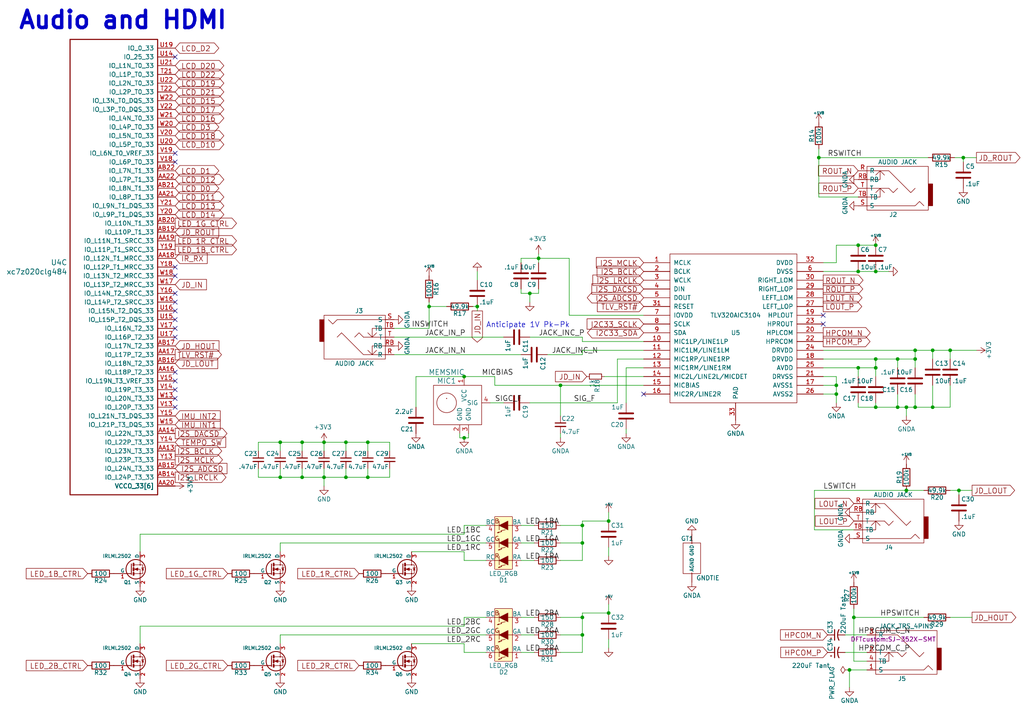
<source format=kicad_sch>
(kicad_sch (version 20231120) (generator "eeschema") (generator_version "8.0")
  (paper "A4")
  (junction (at 134.62 109.22))
  (junction (at 275.59 101.6))
  (junction (at 279.4 45.72))
  (junction (at 254 118.11))
  (junction (at 270.51 101.6))
  (junction (at 246.38 194.31))
  (junction (at 124.46 88.9))
  (junction (at 106.68 128.27))
  (junction (at 138.43 88.9))
  (junction (at 262.89 142.24))
  (junction (at 134.62 127))
  (junction (at 254 78.74))
  (junction (at 100.33 128.27))
  (junction (at 100.33 138.43))
  (junction (at 176.53 177.8))
  (junction (at 153.67 85.09))
  (junction (at 260.35 118.11))
  (junction (at 237.49 45.72))
  (junction (at 265.43 104.14))
  (junction (at 168.91 152.4))
  (junction (at 176.53 151.13))
  (junction (at 262.89 118.11))
  (junction (at 265.43 101.6))
  (junction (at 162.56 111.76))
  (junction (at 248.92 106.68))
  (junction (at 168.91 157.48))
  (junction (at 81.28 138.43))
  (junction (at 278.13 142.24))
  (junction (at 242.57 114.3))
  (junction (at 93.98 128.27))
  (junction (at 168.91 184.15))
  (junction (at 87.63 128.27))
  (junction (at 260.35 104.14))
  (junction (at 248.92 71.12))
  (junction (at 242.57 111.76))
  (junction (at 156.21 74.93))
  (junction (at 81.28 128.27))
  (junction (at 93.98 138.43))
  (junction (at 87.63 138.43))
  (junction (at 106.68 138.43))
  (junction (at 270.51 118.11))
  (junction (at 254 71.12))
  (junction (at 254 104.14))
  (junction (at 265.43 118.11))
  (junction (at 248.92 78.74))
  (junction (at 254 106.68))
  (junction (at 247.65 179.07))
  (junction (at 168.91 179.07))
  (no_connect (at 50.8 85.09))
  (no_connect (at 186.69 114.3))
  (no_connect (at 50.8 92.71))
  (no_connect (at 238.76 93.98))
  (no_connect (at 238.76 91.44))
  (no_connect (at 50.8 95.25))
  (no_connect (at 50.8 44.45))
  (no_connect (at 50.8 110.49))
  (no_connect (at 50.8 107.95))
  (no_connect (at 50.8 113.03))
  (no_connect (at 50.8 115.57))
  (no_connect (at 50.8 90.17))
  (no_connect (at 50.8 16.51))
  (no_connect (at 50.8 97.79))
  (no_connect (at 50.8 80.01))
  (no_connect (at 50.8 46.99))
  (no_connect (at 50.8 118.11))
  (no_connect (at 50.8 77.47))
  (no_connect (at 50.8 87.63))
  (wire (pts (xy 237.49 57.15) (xy 248.92 57.15)))
  (wire (pts (xy 168.91 152.4) (xy 168.91 157.48)))
  (wire (pts (xy 135.89 127) (xy 135.89 125.73)))
  (wire (pts (xy 254 104.14) (xy 260.35 104.14)))
  (wire (pts (xy 162.56 111.76) (xy 186.69 111.76)))
  (wire (pts (xy 40.64 181.61) (xy 134.62 181.61)))
  (wire (pts (xy 81.28 157.48) (xy 140.97 157.48)))
  (wire (pts (xy 242.57 114.3) (xy 242.57 116.84)))
  (wire (pts (xy 260.35 114.3) (xy 260.35 118.11)))
  (wire (pts (xy 113.03 130.81) (xy 113.03 128.27)))
  (wire (pts (xy 270.51 111.76) (xy 270.51 118.11)))
  (wire (pts (xy 168.91 99.06) (xy 186.69 99.06)))
  (wire (pts (xy 275.59 118.11) (xy 275.59 111.76)))
  (wire (pts (xy 262.89 118.11) (xy 265.43 118.11)))
  (wire (pts (xy 247.65 179.07) (xy 267.97 179.07)))
  (wire (pts (xy 248.92 106.68) (xy 248.92 109.22)))
  (wire (pts (xy 176.53 175.26) (xy 176.53 177.8)))
  (wire (pts (xy 242.57 109.22) (xy 242.57 111.76)))
  (wire (pts (xy 106.68 128.27) (xy 106.68 130.81)))
  (wire (pts (xy 93.98 138.43) (xy 93.98 140.97)))
  (wire (pts (xy 238.76 114.3) (xy 242.57 114.3)))
  (wire (pts (xy 114.3 97.79) (xy 146.05 97.79)))
  (wire (pts (xy 151.13 74.93) (xy 156.21 74.93)))
  (wire (pts (xy 151.13 179.07) (xy 154.94 179.07)))
  (wire (pts (xy 100.33 135.89) (xy 100.33 138.43)))
  (wire (pts (xy 238.76 104.14) (xy 254 104.14)))
  (wire (pts (xy 176.53 151.13) (xy 168.91 151.13)))
  (wire (pts (xy 151.13 184.15) (xy 154.94 184.15)))
  (wire (pts (xy 134.62 109.22) (xy 120.65 109.22)))
  (wire (pts (xy 165.1 91.44) (xy 165.1 74.93)))
  (wire (pts (xy 162.56 111.76) (xy 162.56 120.65)))
  (wire (pts (xy 134.62 162.56) (xy 140.97 162.56)))
  (wire (pts (xy 133.35 127) (xy 134.62 127)))
  (wire (pts (xy 168.91 102.87) (xy 168.91 101.6)))
  (wire (pts (xy 40.64 181.61) (xy 40.64 186.69)))
  (wire (pts (xy 106.68 135.89) (xy 106.68 138.43)))
  (wire (pts (xy 133.35 125.73) (xy 133.35 127)))
  (wire (pts (xy 179.07 104.14) (xy 179.07 116.84)))
  (wire (pts (xy 81.28 128.27) (xy 74.93 128.27)))
  (wire (pts (xy 265.43 104.14) (xy 265.43 106.68)))
  (wire (pts (xy 238.76 111.76) (xy 242.57 111.76)))
  (wire (pts (xy 87.63 128.27) (xy 81.28 128.27)))
  (wire (pts (xy 124.46 88.9) (xy 129.54 88.9)))
  (wire (pts (xy 93.98 135.89) (xy 93.98 138.43)))
  (wire (pts (xy 248.92 118.11) (xy 248.92 116.84)))
  (wire (pts (xy 151.13 189.23) (xy 154.94 189.23)))
  (wire (pts (xy 151.13 162.56) (xy 154.94 162.56)))
  (wire (pts (xy 260.35 104.14) (xy 260.35 106.68)))
  (wire (pts (xy 113.03 138.43) (xy 113.03 135.89)))
  (wire (pts (xy 260.35 118.11) (xy 262.89 118.11)))
  (wire (pts (xy 168.91 179.07) (xy 168.91 184.15)))
  (wire (pts (xy 279.4 46.99) (xy 279.4 45.72)))
  (wire (pts (xy 236.22 142.24) (xy 236.22 153.67)))
  (wire (pts (xy 275.59 179.07) (xy 281.94 179.07)))
  (wire (pts (xy 242.57 111.76) (xy 242.57 114.3)))
  (wire (pts (xy 265.43 118.11) (xy 270.51 118.11)))
  (wire (pts (xy 100.33 128.27) (xy 100.33 130.81)))
  (wire (pts (xy 113.03 128.27) (xy 106.68 128.27)))
  (wire (pts (xy 100.33 128.27) (xy 93.98 128.27)))
  (wire (pts (xy 238.76 109.22) (xy 242.57 109.22)))
  (wire (pts (xy 134.62 189.23) (xy 134.62 186.69)))
  (wire (pts (xy 254 78.74) (xy 257.81 78.74)))
  (wire (pts (xy 168.91 189.23) (xy 162.56 189.23)))
  (wire (pts (xy 254 106.68) (xy 254 109.22)))
  (wire (pts (xy 275.59 101.6) (xy 283.21 101.6)))
  (wire (pts (xy 134.62 186.69) (xy 119.38 186.69)))
  (wire (pts (xy 162.56 125.73) (xy 162.56 127)))
  (wire (pts (xy 156.21 74.93) (xy 156.21 76.2)))
  (wire (pts (xy 143.51 111.76) (xy 162.56 111.76)))
  (wire (pts (xy 238.76 101.6) (xy 265.43 101.6)))
  (wire (pts (xy 113.03 138.43) (xy 106.68 138.43)))
  (wire (pts (xy 143.51 111.76) (xy 143.51 109.22)))
  (wire (pts (xy 168.91 184.15) (xy 168.91 189.23)))
  (wire (pts (xy 236.22 153.67) (xy 247.65 153.67)))
  (wire (pts (xy 124.46 87.63) (xy 124.46 88.9)))
  (wire (pts (xy 181.61 106.68) (xy 181.61 116.84)))
  (wire (pts (xy 156.21 85.09) (xy 156.21 83.82)))
  (wire (pts (xy 134.62 189.23) (xy 140.97 189.23)))
  (wire (pts (xy 81.28 138.43) (xy 74.93 138.43)))
  (wire (pts (xy 238.76 106.68) (xy 248.92 106.68)))
  (wire (pts (xy 179.07 104.14) (xy 186.69 104.14)))
  (wire (pts (xy 93.98 128.27) (xy 87.63 128.27)))
  (wire (pts (xy 81.28 186.69) (xy 81.28 184.15)))
  (wire (pts (xy 176.53 158.75) (xy 176.53 161.29)))
  (wire (pts (xy 179.07 116.84) (xy 153.67 116.84)))
  (wire (pts (xy 262.89 142.24) (xy 267.97 142.24)))
  (wire (pts (xy 237.49 45.72) (xy 269.24 45.72)))
  (wire (pts (xy 248.92 78.74) (xy 254 78.74)))
  (wire (pts (xy 254 118.11) (xy 260.35 118.11)))
  (wire (pts (xy 251.46 189.23) (xy 245.11 189.23)))
  (wire (pts (xy 134.62 160.02) (xy 119.38 160.02)))
  (wire (pts (xy 248.92 71.12) (xy 254 71.12)))
  (wire (pts (xy 93.98 138.43) (xy 87.63 138.43)))
  (wire (pts (xy 87.63 128.27) (xy 87.63 130.81)))
  (wire (pts (xy 162.56 179.07) (xy 168.91 179.07)))
  (wire (pts (xy 237.49 45.72) (xy 237.49 57.15)))
  (wire (pts (xy 275.59 101.6) (xy 275.59 104.14)))
  (wire (pts (xy 168.91 151.13) (xy 168.91 152.4)))
  (wire (pts (xy 162.56 152.4) (xy 168.91 152.4)))
  (wire (pts (xy 278.13 143.51) (xy 278.13 142.24)))
  (wire (pts (xy 134.62 179.07) (xy 140.97 179.07)))
  (wire (pts (xy 248.92 118.11) (xy 254 118.11)))
  (wire (pts (xy 100.33 138.43) (xy 93.98 138.43)))
  (wire (pts (xy 134.62 162.56) (xy 134.62 160.02)))
  (wire (pts (xy 265.43 114.3) (xy 265.43 118.11)))
  (wire (pts (xy 181.61 124.46) (xy 181.61 125.73)))
  (wire (pts (xy 151.13 157.48) (xy 154.94 157.48)))
  (wire (pts (xy 158.75 102.87) (xy 168.91 102.87)))
  (wire (pts (xy 168.91 157.48) (xy 168.91 162.56)))
  (wire (pts (xy 138.43 81.28) (xy 138.43 78.74)))
  (wire (pts (xy 236.22 142.24) (xy 262.89 142.24)))
  (wire (pts (xy 270.51 118.11) (xy 275.59 118.11)))
  (wire (pts (xy 262.89 118.11) (xy 262.89 120.65)))
  (wire (pts (xy 106.68 128.27) (xy 100.33 128.27)))
  (wire (pts (xy 134.62 127) (xy 135.89 127)))
  (wire (pts (xy 168.91 162.56) (xy 162.56 162.56)))
  (wire (pts (xy 247.65 179.07) (xy 247.65 191.77)))
  (wire (pts (xy 156.21 74.93) (xy 165.1 74.93)))
  (wire (pts (xy 265.43 101.6) (xy 265.43 104.14)))
  (wire (pts (xy 134.62 154.94) (xy 134.62 152.4)))
  (wire (pts (xy 247.65 191.77) (xy 251.46 191.77)))
  (wire (pts (xy 151.13 83.82) (xy 151.13 85.09)))
  (wire (pts (xy 246.38 194.31) (xy 246.38 199.39)))
  (wire (pts (xy 242.57 71.12) (xy 248.92 71.12)))
  (wire (pts (xy 176.53 185.42) (xy 176.53 187.96)))
  (wire (pts (xy 248.92 106.68) (xy 254 106.68)))
  (wire (pts (xy 237.49 43.18) (xy 237.49 45.72)))
  (wire (pts (xy 87.63 138.43) (xy 81.28 138.43)))
  (wire (pts (xy 93.98 128.27) (xy 93.98 130.81)))
  (wire (pts (xy 81.28 184.15) (xy 140.97 184.15)))
  (wire (pts (xy 81.28 135.89) (xy 81.28 138.43)))
  (wire (pts (xy 245.11 184.15) (xy 251.46 184.15)))
  (wire (pts (xy 278.13 142.24) (xy 281.94 142.24)))
  (wire (pts (xy 153.67 97.79) (xy 168.91 97.79)))
  (wire (pts (xy 81.28 160.02) (xy 81.28 157.48)))
  (wire (pts (xy 87.63 135.89) (xy 87.63 138.43)))
  (wire (pts (xy 162.56 184.15) (xy 168.91 184.15)))
  (wire (pts (xy 270.51 101.6) (xy 270.51 104.14)))
  (wire (pts (xy 74.93 128.27) (xy 74.93 130.81)))
  (wire (pts (xy 176.53 177.8) (xy 168.91 177.8)))
  (wire (pts (xy 151.13 85.09) (xy 153.67 85.09)))
  (wire (pts (xy 260.35 104.14) (xy 265.43 104.14)))
  (wire (pts (xy 134.62 181.61) (xy 134.62 179.07)))
  (wire (pts (xy 40.64 154.94) (xy 40.64 160.02)))
  (wire (pts (xy 120.65 109.22) (xy 120.65 118.11)))
  (wire (pts (xy 153.67 87.63) (xy 153.67 85.09)))
  (wire (pts (xy 162.56 157.48) (xy 168.91 157.48)))
  (wire (pts (xy 238.76 76.2) (xy 242.57 76.2)))
  (wire (pts (xy 176.53 148.59) (xy 176.53 151.13)))
  (wire (pts (xy 246.38 194.31) (xy 251.46 194.31)))
  (wire (pts (xy 151.13 76.2) (xy 151.13 74.93)))
  (wire (pts (xy 270.51 101.6) (xy 275.59 101.6)))
  (wire (pts (xy 265.43 101.6) (xy 270.51 101.6)))
  (wire (pts (xy 254 118.11) (xy 254 116.84)))
  (wire (pts (xy 134.62 152.4) (xy 140.97 152.4)))
  (wire (pts (xy 151.13 152.4) (xy 154.94 152.4)))
  (wire (pts (xy 168.91 97.79) (xy 168.91 99.06)))
  (wire (pts (xy 156.21 73.66) (xy 156.21 74.93)))
  (wire (pts (xy 186.69 106.68) (xy 181.61 106.68)))
  (wire (pts (xy 186.69 91.44) (xy 165.1 91.44)))
  (wire (pts (xy 106.68 138.43) (xy 100.33 138.43)))
  (wire (pts (xy 168.91 177.8) (xy 168.91 179.07)))
  (wire (pts (xy 138.43 88.9) (xy 138.43 90.17)))
  (wire (pts (xy 238.76 78.74) (xy 248.92 78.74)))
  (wire (pts (xy 74.93 138.43) (xy 74.93 135.89)))
  (wire (pts (xy 40.64 154.94) (xy 134.62 154.94)))
  (wire (pts (xy 143.51 109.22) (xy 134.62 109.22)))
  (wire (pts (xy 242.57 76.2) (xy 242.57 71.12)))
  (wire (pts (xy 151.13 102.87) (xy 114.3 102.87)))
  (wire (pts (xy 254 104.14) (xy 254 106.68)))
  (wire (pts (xy 186.69 109.22) (xy 175.26 109.22)))
  (wire (pts (xy 137.16 88.9) (xy 138.43 88.9)))
  (wire (pts (xy 168.91 101.6) (xy 186.69 101.6)))
  (wire (pts (xy 275.59 142.24) (xy 278.13 142.24)))
  (wire (pts (xy 279.4 45.72) (xy 283.21 45.72)))
  (wire (pts (xy 276.86 45.72) (xy 279.4 45.72)))
  (wire (pts (xy 153.67 85.09) (xy 156.21 85.09)))
  (wire (pts (xy 142.24 116.84) (xy 146.05 116.84)))
  (wire (pts (xy 124.46 95.25) (xy 114.3 95.25)))
  (wire (pts (xy 81.28 130.81) (xy 81.28 128.27)))
  (wire (pts (xy 247.65 176.53) (xy 247.65 179.07)))
  (wire (pts (xy 124.46 88.9) (xy 124.46 95.25)))
  (text "Anticipate 1V Pk-Pk" (at 140.97 95.25 0) (effects (font (size 1.5494 1.5494)) (justify left bottom)))
  (text "Audio and HDMI" (at 5.08 8.89 0) (effects (font (size 5.0038 5.0038) (thickness 1.0008) (bold yes)) (justify left bottom)))
  (label "LED_2GC" (at 129.54 184.15 0) (effects (font (size 1.524 1.524))))
  (label "HPSWITCH" (at 255.27 179.07 0) (effects (font (size 1.524 1.524))))
  (label "HPRCOM_C_P" (at 248.92 189.23 0) (effects (font (size 1.524 1.524))))
  (label "LED_2BA" (at 152.4 179.07 0) (effects (font (size 1.524 1.524))))
  (label "JACK_INC_P" (at 156.21 97.79 0) (effects (font (size 1.524 1.524))))
  (label "LED_2BC" (at 129.54 181.61 0) (effects (font (size 1.524 1.524))))
  (label "LED_2RA" (at 152.4 189.23 0) (effects (font (size 1.524 1.524))))
  (label "JACK_IN_P" (at 123.19 97.79 0) (effects (font (size 1.524 1.524))))
  (label "LSWITCH" (at 238.76 142.24 0) (effects (font (size 1.524 1.524))))
  (label "LED_1BA" (at 152.4 152.4 0) (effects (font (size 1.524 1.524))))
  (label "JACK_INC_N" (at 160.02 102.87 0) (effects (font (size 1.524 1.524))))
  (label "LED_2RC" (at 129.54 186.69 0) (effects (font (size 1.524 1.524))))
  (label "LED_1GC" (at 129.54 157.48 0) (effects (font (size 1.524 1.524))))
  (label "RSWITCH" (at 240.03 45.72 0) (effects (font (size 1.524 1.524))))
  (label "LED_1GA" (at 152.4 157.48 0) (effects (font (size 1.524 1.524))))
  (label "LED_2GA" (at 152.4 184.15 0) (effects (font (size 1.524 1.524))))
  (label "LED_1RC" (at 129.54 160.02 0) (effects (font (size 1.524 1.524))))
  (label "LED_1BC" (at 129.54 154.94 0) (effects (font (size 1.524 1.524))))
  (label "SIG_F" (at 166.37 116.84 0) (effects (font (size 1.524 1.524))))
  (label "MICBIAS" (at 139.7 109.22 0) (effects (font (size 1.524 1.524))))
  (label "SIGC_F" (at 143.51 116.84 0) (effects (font (size 1.524 1.524))))
  (label "LED_1RA" (at 152.4 162.56 0) (effects (font (size 1.524 1.524))))
  (label "INSWITCH" (at 119.38 95.25 0) (effects (font (size 1.524 1.524))))
  (label "JACK_IN_N" (at 123.19 102.87 0) (effects (font (size 1.524 1.524))))
  (label "HPRCOM_C_N" (at 248.92 184.15 0) (effects (font (size 1.524 1.524))))
  (global_label "I2C33_SCLK" (shape input) (at 186.69 93.98 180) (effects (font (size 1.524 1.524))) (property "Intersheetrefs" "${INTERSHEET_REFS}" (effects (hide yes))))
  (global_label "LCD_D0" (shape bidirectional) (at 50.8 54.61 0) (effects (font (size 1.524 1.524))) (property "Intersheetrefs" "${INTERSHEET_REFS}" (effects (hide yes))))
  (global_label "LCD_D21" (shape bidirectional) (at 50.8 26.67 0) (effects (font (size 1.524 1.524))) (property "Intersheetrefs" "${INTERSHEET_REFS}" (effects (hide yes))))
  (global_label "ROUT_P" (shape input) (at 248.92 54.61 180) (effects (font (size 1.524 1.524))) (property "Intersheetrefs" "${INTERSHEET_REFS}" (effects (hide yes))))
  (global_label "ROUT_P" (shape output) (at 238.76 83.82 0) (effects (font (size 1.524 1.524))) (property "Intersheetrefs" "${INTERSHEET_REFS}" (effects (hide yes))))
  (global_label "I2S_BCLK" (shape input) (at 186.69 78.74 180) (effects (font (size 1.524 1.524))) (property "Intersheetrefs" "${INTERSHEET_REFS}" (effects (hide yes))))
  (global_label "I2S_LRCLK" (shape input) (at 186.69 81.28 180) (effects (font (size 1.524 1.524))) (property "Intersheetrefs" "${INTERSHEET_REFS}" (effects (hide yes))))
  (global_label "LCD_D13" (shape bidirectional) (at 50.8 59.69 0) (effects (font (size 1.524 1.524))) (property "Intersheetrefs" "${INTERSHEET_REFS}" (effects (hide yes))))
  (global_label "JD_IN" (shape output) (at 138.43 90.17 270) (effects (font (size 1.524 1.524))) (property "Intersheetrefs" "${INTERSHEET_REFS}" (effects (hide yes))))
  (global_label "LED_2G_CTRL" (shape input) (at 66.04 193.04 180) (effects (font (size 1.524 1.524))) (property "Intersheetrefs" "${INTERSHEET_REFS}" (effects (hide yes))))
  (global_label "LCD_D22" (shape bidirectional) (at 50.8 21.59 0) (effects (font (size 1.524 1.524))) (property "Intersheetrefs" "${INTERSHEET_REFS}" (effects (hide yes))))
  (global_label "LED_1R_CTRL" (shape input) (at 104.14 166.37 180) (effects (font (size 1.524 1.524))) (property "Intersheetrefs" "${INTERSHEET_REFS}" (effects (hide yes))))
  (global_label "LED_1G_CTRL" (shape input) (at 66.04 166.37 180) (effects (font (size 1.524 1.524))) (property "Intersheetrefs" "${INTERSHEET_REFS}" (effects (hide yes))))
  (global_label "LED_1B_CTRL" (shape output) (at 50.8 72.39 0) (effects (font (size 1.524 1.524))) (property "Intersheetrefs" "${INTERSHEET_REFS}" (effects (hide yes))))
  (global_label "LCD_D14" (shape bidirectional) (at 50.8 62.23 0) (effects (font (size 1.524 1.524))) (property "Intersheetrefs" "${INTERSHEET_REFS}" (effects (hide yes))))
  (global_label "I2S_ADCSD" (shape input) (at 50.8 135.89 0) (effects (font (size 1.524 1.524))) (property "Intersheetrefs" "${INTERSHEET_REFS}" (effects (hide yes))))
  (global_label "LCD_D20" (shape bidirectional) (at 50.8 19.05 0) (effects (font (size 1.524 1.524))) (property "Intersheetrefs" "${INTERSHEET_REFS}" (effects (hide yes))))
  (global_label "IR_RX" (shape input) (at 50.8 74.93 0) (effects (font (size 1.524 1.524))) (property "Intersheetrefs" "${INTERSHEET_REFS}" (effects (hide yes))))
  (global_label "LCD_D11" (shape bidirectional) (at 50.8 57.15 0) (effects (font (size 1.524 1.524))) (property "Intersheetrefs" "${INTERSHEET_REFS}" (effects (hide yes))))
  (global_label "I2S_DACSD" (shape input) (at 186.69 83.82 180) (effects (font (size 1.524 1.524))) (property "Intersheetrefs" "${INTERSHEET_REFS}" (effects (hide yes))))
  (global_label "ROUT_N" (shape output) (at 238.76 81.28 0) (effects (font (size 1.524 1.524))) (property "Intersheetrefs" "${INTERSHEET_REFS}" (effects (hide yes))))
  (global_label "LED_1B_CTRL" (shape input) (at 25.4 166.37 180) (effects (font (size 1.524 1.524))) (property "Intersheetrefs" "${INTERSHEET_REFS}" (effects (hide yes))))
  (global_label "TEMPO_SW" (shape input) (at 50.8 128.27 0) (effects (font (size 1.524 1.524))) (property "Intersheetrefs" "${INTERSHEET_REFS}" (effects (hide yes))))
  (global_label "I2S_LRCLK" (shape output) (at 50.8 138.43 0) (effects (font (size 1.524 1.524))) (property "Intersheetrefs" "${INTERSHEET_REFS}" (effects (hide yes))))
  (global_label "LCD_D1" (shape bidirectional) (at 50.8 49.53 0) (effects (font (size 1.524 1.524))) (property "Intersheetrefs" "${INTERSHEET_REFS}" (effects (hide yes))))
  (global_label "JD_LOUT" (shape input) (at 50.8 105.41 0) (effects (font (size 1.524 1.524))) (property "Intersheetrefs" "${INTERSHEET_REFS}" (effects (hide yes))))
  (global_label "I2S_MCLK" (shape output) (at 50.8 133.35 0) (effects (font (size 1.524 1.524))) (property "Intersheetrefs" "${INTERSHEET_REFS}" (effects (hide yes))))
  (global_label "LCD_D16" (shape bidirectional) (at 50.8 34.29 0) (effects (font (size 1.524 1.524))) (property "Intersheetrefs" "${INTERSHEET_REFS}" (effects (hide yes))))
  (global_label "LED_1R_CTRL" (shape output) (at 50.8 69.85 0) (effects (font (size 1.524 1.524))) (property "Intersheetrefs" "${INTERSHEET_REFS}" (effects (hide yes))))
  (global_label "I2S_BCLK" (shape output) (at 50.8 130.81 0) (effects (font (size 1.524 1.524))) (property "Intersheetrefs" "${INTERSHEET_REFS}" (effects (hide yes))))
  (global_label "LCD_D3" (shape bidirectional) (at 50.8 36.83 0) (effects (font (size 1.524 1.524))) (property "Intersheetrefs" "${INTERSHEET_REFS}" (effects (hide yes))))
  (global_label "LED_1G_CTRL" (shape output) (at 50.8 64.77 0) (effects (font (size 1.524 1.524))) (property "Intersheetrefs" "${INTERSHEET_REFS}" (effects (hide yes))))
  (global_label "JD_ROUT" (shape input) (at 50.8 67.31 0) (effects (font (size 1.524 1.524))) (property "Intersheetrefs" "${INTERSHEET_REFS}" (effects (hide yes))))
  (global_label "LOUT_N" (shape output) (at 238.76 86.36 0) (effects (font (size 1.524 1.524))) (property "Intersheetrefs" "${INTERSHEET_REFS}" (effects (hide yes))))
  (global_label "LCD_D18" (shape bidirectional) (at 50.8 39.37 0) (effects (font (size 1.524 1.524))) (property "Intersheetrefs" "${INTERSHEET_REFS}" (effects (hide yes))))
  (global_label "ROUT_N" (shape input) (at 248.92 49.53 180) (effects (font (size 1.524 1.524))) (property "Intersheetrefs" "${INTERSHEET_REFS}" (effects (hide yes))))
  (global_label "HPCOM_P" (shape output) (at 238.76 99.06 0) (effects (font (size 1.524 1.524))) (property "Intersheetrefs" "${INTERSHEET_REFS}" (effects (hide yes))))
  (global_label "LCD_D10" (shape bidirectional) (at 50.8 41.91 0) (effects (font (size 1.524 1.524))) (property "Intersheetrefs" "${INTERSHEET_REFS}" (effects (hide yes))))
  (global_label "LCD_D17" (shape bidirectional) (at 50.8 31.75 0) (effects (font (size 1.524 1.524))) (property "Intersheetrefs" "${INTERSHEET_REFS}" (effects (hide yes))))
  (global_label "LCD_D2" (shape bidirectional) (at 50.8 13.97 0) (effects (font (size 1.524 1.524))) (property "Intersheetrefs" "${INTERSHEET_REFS}" (effects (hide yes))))
  (global_label "JD_LOUT" (shape output) (at 281.94 142.24 0) (effects (font (size 1.524 1.524))) (property "Intersheetrefs" "${INTERSHEET_REFS}" (effects (hide yes))))
  (global_label "LCD_D19" (shape bidirectional) (at 50.8 24.13 0) (effects (font (size 1.524 1.524))) (property "Intersheetrefs" "${INTERSHEET_REFS}" (effects (hide yes))))
  (global_label "I2S_ADCSD" (shape bidirectional) (at 186.69 86.36 180) (effects (font (size 1.524 1.524))) (property "Intersheetrefs" "${INTERSHEET_REFS}" (effects (hide yes))))
  (global_label "TLV_RST#" (shape input) (at 186.69 88.9 180) (effects (font (size 1.524 1.524))) (property "Intersheetrefs" "${INTERSHEET_REFS}" (effects (hide yes))))
  (global_label "I2S_MCLK" (shape input) (at 186.69 76.2 180) (effects (font (size 1.524 1.524))) (property "Intersheetrefs" "${INTERSHEET_REFS}" (effects (hide yes))))
  (global_label "I2S_DACSD" (shape output) (at 50.8 125.73 0) (effects (font (size 1.524 1.524))) (property "Intersheetrefs" "${INTERSHEET_REFS}" (effects (hide yes))))
  (global_label "LCD_D15" (shape bidirectional) (at 50.8 29.21 0) (effects (font (size 1.524 1.524))) (property "Intersheetrefs" "${INTERSHEET_REFS}" (effects (hide yes))))
  (global_label "LOUT_P" (shape input) (at 247.65 151.13 180) (effects (font (size 1.524 1.524))) (property "Intersheetrefs" "${INTERSHEET_REFS}" (effects (hide yes))))
  (global_label "LED_2R_CTRL" (shape input) (at 104.14 193.04 180) (effects (font (size 1.524 1.524))) (property "Intersheetrefs" "${INTERSHEET_REFS}" (effects (hide yes))))
  (global_label "JD_IN" (shape input) (at 50.8 82.55 0) (effects (font (size 1.524 1.524))) (property "Intersheetrefs" "${INTERSHEET_REFS}" (effects (hide yes))))
  (global_label "JD_HOUT" (shape input) (at 50.8 100.33 0) (effects (font (size 1.524 1.524))) (property "Intersheetrefs" "${INTERSHEET_REFS}" (effects (hide yes))))
  (global_label "JD_ROUT" (shape output) (at 283.21 45.72 0) (effects (font (size 1.524 1.524))) (property "Intersheetrefs" "${INTERSHEET_REFS}" (effects (hide yes))))
  (global_label "LCD_D12" (shape bidirectional) (at 50.8 52.07 0) (effects (font (size 1.524 1.524))) (property "Intersheetrefs" "${INTERSHEET_REFS}" (effects (hide yes))))
  (global_label "JD_HOUT" (shape output) (at 281.94 179.07 0) (effects (font (size 1.524 1.524))) (property "Intersheetrefs" "${INTERSHEET_REFS}" (effects (hide yes))))
  (global_label "I2C33_SDA" (shape bidirectional) (at 186.69 96.52 180) (effects (font (size 1.524 1.524))) (property "Intersheetrefs" "${INTERSHEET_REFS}" (effects (hide yes))))
  (global_label "JD_IN" (shape input) (at 170.18 109.22 180) (effects (font (size 1.524 1.524))) (property "Intersheetrefs" "${INTERSHEET_REFS}" (effects (hide yes))))
  (global_label "HPCOM_N" (shape output) (at 238.76 96.52 0) (effects (font (size 1.524 1.524))) (property "Intersheetrefs" "${INTERSHEET_REFS}" (effects (hide yes))))
  (global_label "TLV_RST#" (shape output) (at 50.8 102.87 0) (effects (font (size 1.524 1.524))) (property "Intersheetrefs" "${INTERSHEET_REFS}" (effects (hide yes))))
  (global_label "LOUT_N" (shape input) (at 247.65 146.05 180) (effects (font (size 1.524 1.524))) (property "Intersheetrefs" "${INTERSHEET_REFS}" (effects (hide yes))))
  (global_label "HPCOM_P" (shape input) (at 240.03 189.23 180) (effects (font (size 1.524 1.524))) (property "Intersheetrefs" "${INTERSHEET_REFS}" (effects (hide yes))))
  (global_label "LOUT_P" (shape output) (at 238.76 88.9 0) (effects (font (size 1.524 1.524))) (property "Intersheetrefs" "${INTERSHEET_REFS}" (effects (hide yes))))
  (global_label "HPCOM_N" (shape input) (at 240.03 184.15 180) (effects (font (size 1.524 1.524))) (property "Intersheetrefs" "${INTERSHEET_REFS}" (effects (hide yes))))
  (global_label "LED_2B_CTRL" (shape input) (at 25.4 193.04 180) (effects (font (size 1.524 1.524))) (property "Intersheetrefs" "${INTERSHEET_REFS}" (effects (hide yes))))
  (global_label "IMU_INT2" (shape input) (at 50.8 120.65 0) (effects (font (size 1.524 1.524))) (property "Intersheetrefs" "${INTERSHEET_REFS}" (effects (hide yes))))
  (global_label "IMU_INT1" (shape input) (at 50.8 123.19 0) (effects (font (size 1.524 1.524))) (property "Intersheetrefs" "${INTERSHEET_REFS}" (effects (hide yes))))
  (symbol (lib_id "Device:R") (at 237.49 39.37 180) (unit 1)
    (property "Reference" "R14" (at 235.458 39.37 90))
    (property "Value" "100k" (at 237.49 39.37 90))
    (property "Footprint" "Resistor_SMD:R_0402_1005Metric" (effects (hide yes)))
    (property "MFR" "Yageo" (effects (hide yes)))
    (property "MPN" "RC0402FR-07100KL" (effects (hide yes)))
    (property "SPR" "Digikey" (effects (hide yes)))
    (property "SPN" "311-100KLRTR-ND" (effects (hide yes)))
  )
  (symbol (lib_id "Device:R") (at 262.89 138.43 180) (unit 1)
    (property "Reference" "R19" (at 260.858 138.43 90))
    (property "Value" "100k" (at 262.89 138.43 90))
    (property "Footprint" "Resistor_SMD:R_0402_1005Metric" (effects (hide yes)))
    (property "MFR" "Yageo" (effects (hide yes)))
    (property "MPN" "RC0402FR-07100KL" (effects (hide yes)))
    (property "SPR" "Digikey" (effects (hide yes)))
    (property "SPN" "311-100KLRTR-ND" (effects (hide yes)))
  )
  (symbol (lib_id "Device:R") (at 247.65 172.72 180) (unit 1)
    (property "Reference" "R27" (at 245.618 172.72 90))
    (property "Value" "100k" (at 247.65 172.72 90))
    (property "Footprint" "Resistor_SMD:R_0402_1005Metric" (effects (hide yes)))
    (property "MFR" "Yageo" (effects (hide yes)))
    (property "MPN" "RC0402FR-07100KL" (effects (hide yes)))
    (property "SPR" "Digikey" (effects (hide yes)))
    (property "SPN" "311-100KLRTR-ND" (effects (hide yes)))
  )
  (symbol (lib_id "Device:R") (at 273.05 45.72 270) (unit 1)
    (property "Reference" "R15" (at 273.05 47.752 90))
    (property "Value" "49.9k" (at 273.05 45.72 90))
    (property "Footprint" "Resistor_SMD:R_0402_1005Metric" (effects (hide yes)))
    (property "MFR" "Yageo" (effects (hide yes)))
    (property "MPN" "RC0402FR-0749K9L" (effects (hide yes)))
    (property "SPR" "Digikey" (effects (hide yes)))
    (property "SPN" "311-49.9KLRCT-ND" (effects (hide yes)))
  )
  (symbol (lib_id "Device:R") (at 271.78 142.24 270) (unit 1)
    (property "Reference" "R20" (at 271.78 144.272 90))
    (property "Value" "49.9k" (at 271.78 142.24 90))
    (property "Footprint" "Resistor_SMD:R_0402_1005Metric" (effects (hide yes)))
    (property "MFR" "Yageo" (effects (hide yes)))
    (property "MPN" "RC0402FR-0749K9L" (effects (hide yes)))
    (property "SPR" "Digikey" (effects (hide yes)))
    (property "SPN" "311-49.9KLRCT-ND" (effects (hide yes)))
  )
  (symbol (lib_id "Device:R") (at 271.78 179.07 270) (unit 1)
    (property "Reference" "R29" (at 271.78 181.102 90))
    (property "Value" "49.9k" (at 271.78 179.07 90))
    (property "Footprint" "Resistor_SMD:R_0402_1005Metric" (effects (hide yes)))
    (property "MFR" "Yageo" (effects (hide yes)))
    (property "MPN" "RC0402FR-0749K9L" (effects (hide yes)))
    (property "SPR" "Digikey" (effects (hide yes)))
    (property "SPN" "311-49.9KLRCT-ND" (effects (hide yes)))
  )
  (symbol (lib_id "DFTBoard-rescue:GND-power") (at 279.4 54.61 0) (unit 1)
    (property "Reference" "#PWR026" (effects (hide yes)))
    (property "Value" "GND" (at 279.4 58.42 0))
  )
  (symbol (lib_id "DFTBoard-rescue:GND-power") (at 278.13 151.13 0) (unit 1)
    (property "Reference" "#PWR050" (effects (hide yes)))
    (property "Value" "GND" (at 278.13 154.94 0))
  )
  (symbol (lib_id "Device:R") (at 124.46 83.82 0) (unit 1)
    (property "Reference" "R16" (at 126.492 83.82 90))
    (property "Value" "100k" (at 124.46 83.82 90))
    (property "Footprint" "Resistor_SMD:R_0402_1005Metric" (effects (hide yes)))
    (property "MFR" "Yageo" (effects (hide yes)))
    (property "MPN" "RC0402FR-07100KL" (effects (hide yes)))
    (property "SPR" "Digikey" (effects (hide yes)))
    (property "SPN" "311-100KLRTR-ND" (effects (hide yes)))
  )
  (symbol (lib_id "Device:R") (at 133.35 88.9 270) (unit 1)
    (property "Reference" "R17" (at 133.35 90.932 90))
    (property "Value" "49.9k" (at 133.35 88.9 90))
    (property "Footprint" "Resistor_SMD:R_0402_1005Metric" (effects (hide yes)))
    (property "MFR" "Yageo" (effects (hide yes)))
    (property "MPN" "RC0402FR-0749K9L" (effects (hide yes)))
    (property "SPR" "Digikey" (effects (hide yes)))
    (property "SPN" "311-49.9KLRCT-ND" (effects (hide yes)))
  )
  (symbol (lib_id "Device:C") (at 138.43 85.09 0) (unit 1)
    (property "Reference" "C10" (at 139.065 82.55 0) (effects (justify left)))
    (property "Value" ".1uF" (at 139.065 87.63 0) (effects (justify left)))
    (property "Footprint" "Capacitor_SMD:C_0402_1005Metric" (effects (hide yes)))
    (property "MFR" "Yageo" (effects (hide yes)))
    (property "MPN" "CC0402KRX7R6BB104" (effects (hide yes)))
    (property "SPR" "Digikey" (effects (hide yes)))
    (property "SPN" "311-1345-1-ND" (effects (hide yes)))
  )
  (symbol (lib_id "Device:C") (at 279.4 50.8 0) (unit 1)
    (property "Reference" "C5" (at 280.035 48.26 0) (effects (justify left)))
    (property "Value" ".1uF" (at 280.035 53.34 0) (effects (justify left)))
    (property "Footprint" "Capacitor_SMD:C_0402_1005Metric" (effects (hide yes)))
    (property "MFR" "Yageo" (effects (hide yes)))
    (property "MPN" "CC0402KRX7R6BB104" (effects (hide yes)))
    (property "SPR" "Digikey" (effects (hide yes)))
    (property "SPN" "311-1345-1-ND" (effects (hide yes)))
  )
  (symbol (lib_id "Device:C") (at 278.13 147.32 0) (unit 1)
    (property "Reference" "C30" (at 278.765 144.78 0) (effects (justify left)))
    (property "Value" ".1uF" (at 278.765 149.86 0) (effects (justify left)))
    (property "Footprint" "Capacitor_SMD:C_0402_1005Metric" (effects (hide yes)))
    (property "MFR" "Yageo" (effects (hide yes)))
    (property "MPN" "CC0402KRX7R6BB104" (effects (hide yes)))
    (property "SPR" "Digikey" (effects (hide yes)))
    (property "SPN" "311-1345-1-ND" (effects (hide yes)))
  )
  (symbol (lib_id "DFTBoard-rescue:JACK_TRS_5PINS") (at 259.08 54.61 180) (unit 1)
    (property "Reference" "J2" (at 259.08 62.23 0))
    (property "Value" "AUDIO JACK" (at 260.35 46.99 0))
    (property "Footprint" "DFTcustom:RA49C14B" (effects (hide yes)))
    (property "MFR" "Switchcraft Conxall" (effects (hide yes)))
    (property "MPN" "RA49C12B" (effects (hide yes)))
    (property "SPR" "Digikey" (effects (hide yes)))
    (property "SPN" "SC2083-ND" (effects (hide yes)))
  )
  (symbol (lib_id "DFTBoard-rescue:JACK_TRS_5PINS") (at 257.81 151.13 180) (unit 1)
    (property "Reference" "J4" (at 257.81 158.75 0))
    (property "Value" "AUDIO JACK" (at 259.08 143.51 0))
    (property "Footprint" "DFTcustom:RA49C14B" (effects (hide yes)))
    (property "MFR" "Switchcraft Conxall" (effects (hide yes)))
    (property "MPN" "RA49C12B" (effects (hide yes)))
    (property "SPR" "Digikey" (effects (hide yes)))
    (property "SPN" "SC2083-ND" (effects (hide yes)))
  )
  (symbol (lib_id "DFTBoard-rescue:JACK_TRS_5PINS") (at 104.14 97.79 0) (unit 1)
    (property "Reference" "J3" (at 104.14 90.17 0))
    (property "Value" "AUDIO JACK" (at 102.87 105.41 0))
    (property "Footprint" "DFTcustom:RA49C14B" (effects (hide yes)))
    (property "MFR" "Switchcraft Conxall" (effects (hide yes)))
    (property "MPN" "RA49C12B" (effects (hide yes)))
    (property "SPR" "Digikey" (effects (hide yes)))
    (property "SPN" "SC2083-ND" (effects (hide yes)))
  )
  (symbol (lib_id "DFTBoard-rescue:GNDA-power") (at 114.3 100.33 90) (unit 1)
    (property "Reference" "#PWR035" (effects (hide yes)))
    (property "Value" "GNDA" (at 118.11 100.33 0))
  )
  (symbol (lib_id "DFTBoard-rescue:MEMSMIC") (at 129.54 115.57 0) (unit 1)
    (property "Reference" "MIC1" (at 129.54 110.49 0) (effects (font (size 1.524 1.524))))
    (property "Value" "MEMSMIC" (at 129.54 107.95 0) (effects (font (size 1.524 1.524))))
    (property "Footprint" "SPW2430HR5H-B:MIC_SPW2430HR5H-B" (effects (hide yes)))
    (property "MFR" "Knowles" (effects (hide yes)))
    (property "MPN" "SPW2430HR5H-B" (effects (hide yes)))
    (property "SPR" "Digikey" (effects (hide yes)))
    (property "SPN" "423-1394-1-ND" (effects (hide yes)))
  )
  (symbol (lib_id "DFTBoard-rescue:GNDA-power") (at 246.38 199.39 0) (unit 1)
    (property "Reference" "#PWR064" (effects (hide yes)))
    (property "Value" "GNDA" (at 246.38 203.2 0))
  )
  (symbol (lib_id "Device:C") (at 151.13 80.01 180) (unit 1)
    (property "Reference" "C8" (at 150.495 82.55 0) (effects (justify left)))
    (property "Value" ".1uF" (at 150.495 77.47 0) (effects (justify left)))
    (property "Footprint" "Capacitor_SMD:C_0402_1005Metric" (effects (hide yes)))
    (property "MFR" "Yageo" (effects (hide yes)))
    (property "MPN" "CC0402KRX7R6BB104" (effects (hide yes)))
    (property "SPR" "Digikey" (effects (hide yes)))
    (property "SPN" "311-1345-1-ND" (effects (hide yes)))
  )
  (symbol (lib_id "Device:C") (at 156.21 80.01 180) (unit 1)
    (property "Reference" "C9" (at 155.575 82.55 0) (effects (justify left)))
    (property "Value" "10uF" (at 155.575 77.47 0) (effects (justify left)))
    (property "Footprint" "Capacitor_SMD:C_0603_1608Metric" (effects (hide yes)))
    (property "MFR" "Murata" (effects (hide yes)))
    (property "MPN" "GRM188R61A106KE69J" (effects (hide yes)))
    (property "SPR" "Digikey" (effects (hide yes)))
    (property "SPN" "490-14372-1-ND" (effects (hide yes)))
  )
  (symbol (lib_id "DFTBoard-rescue:GND-power") (at 153.67 87.63 0) (unit 1)
    (property "Reference" "#PWR033" (effects (hide yes)))
    (property "Value" "GND" (effects (hide yes)))
  )
  (symbol (lib_id "DFTBoard-rescue:GNDA-power") (at 248.92 59.69 270) (unit 1)
    (property "Reference" "#PWR027" (effects (hide yes)))
    (property "Value" "GNDA" (at 245.11 59.69 0))
  )
  (symbol (lib_id "DFTBoard-rescue:GNDA-power") (at 247.65 156.21 270) (unit 1)
    (property "Reference" "#PWR052" (effects (hide yes)))
    (property "Value" "GNDA" (at 243.84 156.21 0))
  )
  (symbol (lib_id "Device:C") (at 248.92 113.03 180) (unit 1)
    (property "Reference" "C17" (at 248.285 115.57 0) (effects (justify left)))
    (property "Value" ".1uF" (at 248.285 110.49 0) (effects (justify left)))
    (property "Footprint" "Capacitor_SMD:C_0402_1005Metric" (effects (hide yes)))
    (property "MFR" "Yageo" (effects (hide yes)))
    (property "MPN" "CC0402KRX7R6BB104" (effects (hide yes)))
    (property "SPR" "Digikey" (effects (hide yes)))
    (property "SPN" "311-1345-1-ND" (effects (hide yes)))
  )
  (symbol (lib_id "Device:C") (at 260.35 110.49 180) (unit 1)
    (property "Reference" "C15" (at 259.715 113.03 0) (effects (justify left)))
    (property "Value" ".1uF" (at 259.715 107.95 0) (effects (justify left)))
    (property "Footprint" "Capacitor_SMD:C_0402_1005Metric" (effects (hide yes)))
    (property "MFR" "Yageo" (effects (hide yes)))
    (property "MPN" "CC0402KRX7R6BB104" (effects (hide yes)))
    (property "SPR" "Digikey" (effects (hide yes)))
    (property "SPN" "311-1345-1-ND" (effects (hide yes)))
  )
  (symbol (lib_id "DFTBoard-rescue:GNDA-power") (at 242.57 116.84 0) (unit 1)
    (property "Reference" "#PWR037" (effects (hide yes)))
    (property "Value" "GNDA" (at 242.57 120.65 0))
  )
  (symbol (lib_id "Device:C") (at 254 113.03 180) (unit 1)
    (property "Reference" "C18" (at 253.365 115.57 0) (effects (justify left)))
    (property "Value" "10uF" (at 253.365 110.49 0) (effects (justify left)))
    (property "Footprint" "Capacitor_SMD:C_0603_1608Metric" (effects (hide yes)))
    (property "MFR" "Murata" (effects (hide yes)))
    (property "MPN" "GRM188R61A106KE69J" (effects (hide yes)))
    (property "SPR" "Digikey" (effects (hide yes)))
    (property "SPN" "490-14372-1-ND" (effects (hide yes)))
  )
  (symbol (lib_id "Device:C") (at 265.43 110.49 180) (unit 1)
    (property "Reference" "C16" (at 264.795 113.03 0) (effects (justify left)))
    (property "Value" "10uF" (at 264.795 107.95 0) (effects (justify left)))
    (property "Footprint" "Capacitor_SMD:C_0603_1608Metric" (effects (hide yes)))
    (property "MFR" "Murata" (effects (hide yes)))
    (property "MPN" "GRM188R61A106KE69J" (effects (hide yes)))
    (property "SPR" "Digikey" (effects (hide yes)))
    (property "SPN" "490-14372-1-ND" (effects (hide yes)))
  )
  (symbol (lib_id "Device:C") (at 254 74.93 0) (unit 1)
    (property "Reference" "C7" (at 254.635 72.39 0) (effects (justify left)))
    (property "Value" ".1uF" (at 254.635 77.47 0) (effects (justify left)))
    (property "Footprint" "Capacitor_SMD:C_0402_1005Metric" (effects (hide yes)))
    (property "MFR" "Yageo" (effects (hide yes)))
    (property "MPN" "CC0402KRX7R6BB104" (effects (hide yes)))
    (property "SPR" "Digikey" (effects (hide yes)))
    (property "SPN" "311-1345-1-ND" (effects (hide yes)))
  )
  (symbol (lib_id "Device:C") (at 248.92 74.93 0) (unit 1)
    (property "Reference" "C6" (at 249.555 72.39 0) (effects (justify left)))
    (property "Value" "10uF" (at 249.555 77.47 0) (effects (justify left)))
    (property "Footprint" "Capacitor_SMD:C_0603_1608Metric" (effects (hide yes)))
    (property "MFR" "Murata" (effects (hide yes)))
    (property "MPN" "GRM188R61A106KE69J" (effects (hide yes)))
    (property "SPR" "Digikey" (effects (hide yes)))
    (property "SPN" "490-14372-1-ND" (effects (hide yes)))
  )
  (symbol (lib_id "DFTBoard-rescue:GND-power") (at 257.81 78.74 90) (unit 1)
    (property "Reference" "#PWR031" (effects (hide yes)))
    (property "Value" "GND" (effects (hide yes)))
  )
  (symbol (lib_id "DFTBoard-rescue:GNDA-power") (at 134.62 127 0) (unit 1)
    (property "Reference" "#PWR042" (effects (hide yes)))
    (property "Value" "GNDA" (at 134.62 130.81 0))
  )
  (symbol (lib_id "DFTBoard-rescue:GNDA-power") (at 262.89 120.65 0) (unit 1)
    (property "Reference" "#PWR038" (effects (hide yes)))
    (property "Value" "GNDA" (at 262.89 124.46 0))
  )
  (symbol (lib_id "Device:C") (at 275.59 107.95 0) (unit 1)
    (property "Reference" "C14" (at 276.225 105.41 0) (effects (justify left)))
    (property "Value" ".1uF" (at 276.225 110.49 0) (effects (justify left)))
    (property "Footprint" "Capacitor_SMD:C_0402_1005Metric" (effects (hide yes)))
    (property "MFR" "Yageo" (effects (hide yes)))
    (property "MPN" "CC0402KRX7R6BB104" (effects (hide yes)))
    (property "SPR" "Digikey" (effects (hide yes)))
    (property "SPN" "311-1345-1-ND" (effects (hide yes)))
  )
  (symbol (lib_id "Device:C") (at 270.51 107.95 0) (unit 1)
    (property "Reference" "C13" (at 271.145 105.41 0) (effects (justify left)))
    (property "Value" "10uF" (at 271.145 110.49 0) (effects (justify left)))
    (property "Footprint" "Capacitor_SMD:C_0603_1608Metric" (effects (hide yes)))
    (property "MFR" "Murata" (effects (hide yes)))
    (property "MPN" "GRM188R61A106KE69J" (effects (hide yes)))
    (property "SPR" "Digikey" (effects (hide yes)))
    (property "SPN" "490-14372-1-ND" (effects (hide yes)))
  )
  (symbol (lib_id "Device:C") (at 120.65 121.92 180) (unit 1)
    (property "Reference" "C21" (at 120.015 124.46 0) (effects (justify left)))
    (property "Value" "2.2uF" (at 120.015 119.38 0) (effects (justify left)))
    (property "Footprint" "Capacitor_SMD:C_0402_1005Metric" (effects (hide yes)))
    (property "MFR" "Murata" (effects (hide yes)))
    (property "MPN" "GRM155R61A225KE95D" (effects (hide yes)))
    (property "SPR" "Digikey" (effects (hide yes)))
    (property "SPN" "490-10451-1-ND" (effects (hide yes)))
  )
  (symbol (lib_id "DFTBoard-rescue:CP1_Small-Device") (at 242.57 184.15 90) (unit 1)
    (property "Reference" "C33" (at 240.792 183.896 0) (effects (justify left)))
    (property "Value" "220uF Tant." (at 244.602 183.896 0) (effects (justify left)))
    (property "Footprint" "Capacitor_Tantalum_SMD:CP_EIA-3528-12_Kemet-T" (effects (hide yes)))
    (property "MFR" "AVX Corporation" (effects (hide yes)))
    (property "MPN" "F930G227KBA" (effects (hide yes)))
    (property "SPR" "Digikey" (effects (hide yes)))
    (property "SPN" "478-8139-1-ND" (effects (hide yes)))
  )
  (symbol (lib_id "DFTBoard-rescue:CP1_Small-Device") (at 242.57 189.23 90) (unit 1)
    (property "Reference" "C34" (at 240.792 188.976 0) (effects (justify left)))
    (property "Value" "220uF Tant." (at 241.3 193.04 90) (effects (justify left)))
    (property "Footprint" "Capacitor_Tantalum_SMD:CP_EIA-3528-12_Kemet-T" (effects (hide yes)))
    (property "MFR" "AVX Corporation" (effects (hide yes)))
    (property "MPN" "F930G227KBA" (effects (hide yes)))
    (property "SPR" "Digikey" (effects (hide yes)))
    (property "SPN" "478-8139-1-ND" (effects (hide yes)))
  )
  (symbol (lib_id "DFTBoard-rescue:TLV320AIC3104") (at 213.36 93.98 0) (unit 1)
    (property "Reference" "U5" (at 213.36 96.52 0))
    (property "Value" "TLV320AIC3104" (at 213.36 91.44 0))
    (property "Footprint" "Package_DFN_QFN:QFN-32-1EP_5x5mm_P0.5mm_EP3.65x3.65mm" (effects (hide yes)))
    (property "MFR" "Texas Instruments" (effects (hide yes)))
    (property "MPN" "TLV320AIC3104IRHBR" (effects (hide yes)))
    (property "SPR" "Digikey" (effects (hide yes)))
    (property "SPN" "296-26818-1-ND" (effects (hide yes)))
  )
  (symbol (lib_id "DFTBoard-rescue:+1V8-power") (at 254 71.12 0) (unit 1)
    (property "Reference" "#PWR028" (effects (hide yes)))
    (property "Value" "+1V8" (at 254 68.326 0) (effects (font (size 0.762 0.762))))
  )
  (symbol (lib_id "DFTBoard-rescue:+3V3-power") (at 283.21 101.6 270) (unit 1)
    (property "Reference" "#PWR036" (effects (hide yes)))
    (property "Value" "+3V3" (at 286.766 101.6 0))
  )
  (symbol (lib_id "DFTBoard-rescue:PWR_FLAG") (at 246.38 194.31 90) (unit 1)
    (property "Reference" "#FLG01" (effects (hide yes)))
    (property "Value" "PWR_FLAG" (at 241.3 198.12 0))
  )
  (symbol (lib_id "DFTBoard-rescue:JACK_TRS_4PINS") (at 261.62 189.23 180) (unit 1)
    (property "Reference" "J5" (at 261.62 196.85 0))
    (property "Value" "JACK_TRS_4PINS" (at 262.89 181.61 0))
    (property "Footprint" "DFTcustom:SJ-352X-SMT" (at 259.08 185.42 0))
    (property "MFR" "CUI Inc." (effects (hide yes)))
    (property "MPN" "SJ-3524-SMT-TR" (effects (hide yes)))
    (property "SPR" "Digikey" (effects (hide yes)))
    (property "SPN" "CP-3524SJCT-ND" (effects (hide yes)))
  )
  (symbol (lib_id "Device:C") (at 149.86 97.79 270) (unit 1)
    (property "Reference" "C11" (at 152.4 98.425 0) (effects (justify left)))
    (property "Value" "1uF" (at 147.32 98.425 0) (effects (justify left)))
    (property "Footprint" "Capacitor_SMD:C_0402_1005Metric" (effects (hide yes)))
    (property "MFR" "Yageo" (effects (hide yes)))
    (property "MPN" "CC0402KRX5R6BB105" (effects (hide yes)))
    (property "SPR" "Digikey" (effects (hide yes)))
    (property "SPN" "311-1439-1-ND" (effects (hide yes)))
  )
  (symbol (lib_id "Device:C") (at 154.94 102.87 270) (unit 1)
    (property "Reference" "C12" (at 157.48 103.505 0) (effects (justify left)))
    (property "Value" "1uF" (at 152.4 103.505 0) (effects (justify left)))
    (property "Footprint" "Capacitor_SMD:C_0402_1005Metric" (effects (hide yes)))
    (property "MFR" "Yageo" (effects (hide yes)))
    (property "MPN" "CC0402KRX5R6BB105" (effects (hide yes)))
    (property "SPR" "Digikey" (effects (hide yes)))
    (property "SPN" "311-1439-1-ND" (effects (hide yes)))
  )
  (symbol (lib_id "Device:C") (at 149.86 116.84 270) (unit 1)
    (property "Reference" "C19" (at 152.4 117.475 0) (effects (justify left)))
    (property "Value" "1uF" (at 147.32 117.475 0) (effects (justify left)))
    (property "Footprint" "Capacitor_SMD:C_0402_1005Metric" (effects (hide yes)))
    (property "MFR" "Yageo" (effects (hide yes)))
    (property "MPN" "CC0402KRX5R6BB105" (effects (hide yes)))
    (property "SPR" "Digikey" (effects (hide yes)))
    (property "SPN" "311-1439-1-ND" (effects (hide yes)))
  )
  (symbol (lib_id "Device:C_Small") (at 162.56 123.19 0) (unit 1)
    (property "Reference" "C22" (at 162.814 121.412 0) (effects (justify left)))
    (property "Value" "4.7uF" (at 162.814 125.222 0) (effects (justify left)))
    (property "Footprint" "Capacitor_SMD:C_0402_1005Metric" (effects (hide yes)))
    (property "MFR" "Murata" (effects (hide yes)))
    (property "MPN" "GRM155R60G475ME47D" (effects (hide yes)))
    (property "SPR" "Digikey" (effects (hide yes)))
    (property "SPN" "490-11980-1-ND" (effects (hide yes)))
  )
  (symbol (lib_id "DFTBoard-rescue:GNDA-power") (at 162.56 127 0) (unit 1)
    (property "Reference" "#PWR043" (effects (hide yes)))
    (property "Value" "GNDA" (at 162.56 130.81 0))
  )
  (symbol (lib_id "Device:C") (at 181.61 120.65 180) (unit 1)
    (property "Reference" "C20" (at 180.975 123.19 0) (effects (justify left)))
    (property "Value" "1uF" (at 180.975 118.11 0) (effects (justify left)))
    (property "Footprint" "Capacitor_SMD:C_0402_1005Metric" (effects (hide yes)))
    (property "MFR" "Yageo" (effects (hide yes)))
    (property "MPN" "CC0402KRX5R6BB105" (effects (hide yes)))
    (property "SPR" "Digikey" (effects (hide yes)))
    (property "SPN" "311-1439-1-ND" (effects (hide yes)))
  )
  (symbol (lib_id "DFTBoard-rescue:GNDA-power") (at 181.61 125.73 0) (unit 1)
    (property "Reference" "#PWR041" (effects (hide yes)))
    (property "Value" "GNDA" (at 181.61 129.54 0))
  )
  (symbol (lib_id "DFTBoard-rescue:+1V8-power") (at 237.49 35.56 0) (unit 1)
    (property "Reference" "#PWR024" (effects (hide yes)))
    (property "Value" "+1V8" (at 237.49 32.766 0) (effects (font (size 0.762 0.762))))
  )
  (symbol (lib_id "DFTBoard-rescue:+1V8-power") (at 262.89 134.62 0) (unit 1)
    (property "Reference" "#PWR045" (effects (hide yes)))
    (property "Value" "+1V8" (at 262.89 131.826 0) (effects (font (size 0.762 0.762))))
  )
  (symbol (lib_id "DFTBoard-rescue:+1V8-power") (at 124.46 80.01 0) (unit 1)
    (property "Reference" "#PWR032" (effects (hide yes)))
    (property "Value" "+1V8" (at 124.46 77.216 0) (effects (font (size 0.762 0.762))))
  )
  (symbol (lib_id "DFTBoard-rescue:+1V8-power") (at 247.65 168.91 0) (unit 1)
    (property "Reference" "#PWR055" (effects (hide yes)))
    (property "Value" "+1V8" (at 247.65 166.116 0) (effects (font (size 0.762 0.762))))
  )
  (symbol (lib_id "DFTBoard-rescue:GND-power") (at 200.66 154.94 180) (unit 1)
    (property "Reference" "#PWR051" (effects (hide yes)))
    (property "Value" "GND" (at 200.66 151.13 0))
  )
  (symbol (lib_id "DFTBoard-rescue:GNDA-power") (at 200.66 168.91 0) (unit 1)
    (property "Reference" "#PWR054" (effects (hide yes)))
    (property "Value" "GNDA" (at 200.66 172.72 0))
  )
  (symbol (lib_id "DFTBoard-rescue:GNDTIE-") (at 196.85 158.75 0) (unit 1)
    (property "Reference" "GT1" (at 197.485 156.21 0) (effects (justify left)))
    (property "Value" "GNDTIE" (at 201.93 167.64 0) (effects (justify left)))
    (property "Footprint" "DFTcustom:gndtie" (effects (hide yes)))
    (property "MFR" "DNS" (effects (hide yes)))
    (property "MPN" "-" (effects (hide yes)))
    (property "SPR" "-" (effects (hide yes)))
    (property "SPN" "-" (effects (hide yes)))
    (property "SPURL" "-" (effects (hide yes)))
  )
  (symbol (lib_id "DFTBoard-rescue:GNDA-power") (at 248.92 52.07 270) (unit 1)
    (property "Reference" "#PWR025" (effects (hide yes)))
    (property "Value" "GNDA" (at 245.11 52.07 0))
  )
  (symbol (lib_id "DFTBoard-rescue:GNDA-power") (at 247.65 148.59 270) (unit 1)
    (property "Reference" "#PWR049" (effects (hide yes)))
    (property "Value" "GNDA" (at 243.84 148.59 0))
  )
  (symbol (lib_id "DFTBoard-rescue:GNDA-power") (at 114.3 92.71 90) (unit 1)
    (property "Reference" "#PWR034" (effects (hide yes)))
    (property "Value" "GNDA" (at 118.11 92.71 0))
  )
  (symbol (lib_id "DFTBoard-rescue:GNDA-power") (at 120.65 125.73 0) (unit 1)
    (property "Reference" "#PWR040" (effects (hide yes)))
    (property "Value" "GNDA" (at 120.65 129.54 0))
  )
  (symbol (lib_id "Device:C") (at 176.53 154.94 0) (unit 1)
    (property "Reference" "C31" (at 177.165 152.4 0) (effects (justify left)))
    (property "Value" "1uF" (at 177.165 157.48 0) (effects (justify left)))
    (property "Footprint" "Capacitor_SMD:C_0402_1005Metric" (effects (hide yes)))
    (property "MFR" "Yageo" (effects (hide yes)))
    (property "MPN" "CC0402KRX5R6BB105" (effects (hide yes)))
    (property "SPR" "Digikey" (effects (hide yes)))
    (property "SPN" "311-1439-1-ND" (effects (hide yes)))
  )
  (symbol (lib_id "DFTBoard-rescue:+5V-power") (at 176.53 148.59 0) (unit 1)
    (property "Reference" "#PWR048" (effects (hide yes)))
    (property "Value" "+5V" (at 176.53 146.304 0) (effects (font (size 0.762 0.762))))
  )
  (symbol (lib_id "DFTBoard-rescue:GND-power") (at 176.53 161.29 0) (unit 1)
    (property "Reference" "#PWR053" (effects (hide yes)))
    (property "Value" "GND" (effects (hide yes)))
  )
  (symbol (lib_id "DFTBoard-rescue:IRLML2502-") (at 38.1 165.1 0) (unit 1)
    (property "Reference" "Q1" (at 38.1 168.8846 0) (effects (font (size 1.016 1.016)) (justify right)))
    (property "Value" "IRLML2502" (at 38.1 161.29 0) (effects (font (size 1.016 1.016)) (justify right)))
    (property "Footprint" "Package_TO_SOT_SMD:SOT-23" (effects (hide yes)))
    (property "MFR" "Infineon Technologies AG" (effects (hide yes)))
    (property "MPN" "IRLML2502TRPBF" (effects (hide yes)))
    (property "SPR" "Digikey" (effects (hide yes)))
    (property "SPN" "IRLML2502PBFCT-ND" (effects (hide yes)))
  )
  (symbol (lib_id "DFTBoard-rescue:IRLML2502-") (at 78.74 165.1 0) (unit 1)
    (property "Reference" "Q2" (at 78.74 168.8846 0) (effects (font (size 1.016 1.016)) (justify right)))
    (property "Value" "IRLML2502" (at 78.74 161.29 0) (effects (font (size 1.016 1.016)) (justify right)))
    (property "Footprint" "Package_TO_SOT_SMD:SOT-23" (effects (hide yes)))
    (property "MFR" "Infineon Technologies AG" (effects (hide yes)))
    (property "MPN" "IRLML2502TRPBF" (effects (hide yes)))
    (property "SPR" "Digikey" (effects (hide yes)))
    (property "SPN" "IRLML2502PBFCT-ND" (effects (hide yes)))
  )
  (symbol (lib_id "DFTBoard-rescue:IRLML2502-") (at 116.84 165.1 0) (unit 1)
    (property "Reference" "Q3" (at 116.84 168.8846 0) (effects (font (size 1.016 1.016)) (justify right)))
    (property "Value" "IRLML2502" (at 116.84 161.29 0) (effects (font (size 1.016 1.016)) (justify right)))
    (property "Footprint" "Package_TO_SOT_SMD:SOT-23" (effects (hide yes)))
    (property "MFR" "Infineon Technologies AG" (effects (hide yes)))
    (property "MPN" "IRLML2502TRPBF" (effects (hide yes)))
    (property "SPR" "Digikey" (effects (hide yes)))
    (property "SPN" "IRLML2502PBFCT-ND" (effects (hide yes)))
  )
  (symbol (lib_id "DFTBoard-rescue:GND-power") (at 40.64 170.18 0) (unit 1)
    (property "Reference" "#PWR056" (effects (hide yes)))
    (property "Value" "GND" (at 40.64 173.99 0))
  )
  (symbol (lib_id "DFTBoard-rescue:GND-power") (at 81.28 170.18 0) (unit 1)
    (property "Reference" "#PWR057" (effects (hide yes)))
    (property "Value" "GND" (at 81.28 173.99 0))
  )
  (symbol (lib_id "DFTBoard-rescue:GND-power") (at 119.38 170.18 0) (unit 1)
    (property "Reference" "#PWR058" (effects (hide yes)))
    (property "Value" "GND" (at 119.38 173.99 0))
  )
  (symbol (lib_id "Device:R") (at 158.75 162.56 270) (unit 1)
    (property "Reference" "R23" (at 158.75 164.592 90))
    (property "Value" "100" (at 158.75 162.56 90))
    (property "Footprint" "Resistor_SMD:R_0402_1005Metric" (effects (hide yes)))
    (property "MFR" "Yageo" (effects (hide yes)))
    (property "MPN" "RC0402FR-07100RL" (effects (hide yes)))
    (property "SPR" "Digikey" (effects (hide yes)))
    (property "SPN" "311-100LRCT-ND" (effects (hide yes)))
  )
  (symbol (lib_id "Device:R") (at 158.75 157.48 270) (unit 1)
    (property "Reference" "R22" (at 158.75 159.512 90))
    (property "Value" "100" (at 158.75 157.48 90))
    (property "Footprint" "Resistor_SMD:R_0402_1005Metric" (effects (hide yes)))
    (property "MFR" "Yageo" (effects (hide yes)))
    (property "MPN" "RC0402FR-07100RL" (effects (hide yes)))
    (property "SPR" "Digikey" (effects (hide yes)))
    (property "SPN" "311-100LRCT-ND" (effects (hide yes)))
  )
  (symbol (lib_id "Device:R") (at 158.75 152.4 270) (unit 1)
    (property "Reference" "R21" (at 158.75 154.432 90))
    (property "Value" "150" (at 158.75 152.4 90))
    (property "Footprint" "Resistor_SMD:R_0402_1005Metric" (effects (hide yes)))
    (property "MFR" "Yageo" (effects (hide yes)))
    (property "MPN" "RC0402FR-07150RL" (effects (hide yes)))
    (property "SPR" "Digikey" (effects (hide yes)))
    (property "SPN" "311-150LRTR-ND" (effects (hide yes)))
  )
  (symbol (lib_id "DFTBoard-rescue:LED_RGB-RESCUE-DFTBoard-") (at 146.05 157.48 180) (unit 1)
    (property "Reference" "D1" (at 146.05 168.275 0))
    (property "Value" "LED_RGB" (at 146.05 166.37 0))
    (property "Footprint" "DFTcustom:PLCC6-SM-RGB-LED" (effects (hide yes)))
    (property "MFR" "Cree, Inc." (effects (hide yes)))
    (property "MPN" "CLP6C-FKB-CM1Q1H1BB7R3R3" (effects (hide yes)))
    (property "SPR" "Digikey" (effects (hide yes)))
    (property "SPN" "CLP6C-FKB-CM1Q1H1BB7R3R3CT-ND" (effects (hide yes)))
  )
  (symbol (lib_id "Device:R") (at 29.21 166.37 270) (unit 1)
    (property "Reference" "R24" (at 29.21 168.402 90))
    (property "Value" "100" (at 29.21 166.37 90))
    (property "Footprint" "Resistor_SMD:R_0402_1005Metric" (effects (hide yes)))
    (property "MFR" "Yageo" (effects (hide yes)))
    (property "MPN" "RC0402FR-07100RL" (effects (hide yes)))
    (property "SPR" "Digikey" (effects (hide yes)))
    (property "SPN" "311-100LRCT-ND" (effects (hide yes)))
  )
  (symbol (lib_id "Device:R") (at 69.85 166.37 270) (unit 1)
    (property "Reference" "R25" (at 69.85 168.402 90))
    (property "Value" "100" (at 69.85 166.37 90))
    (property "Footprint" "Resistor_SMD:R_0402_1005Metric" (effects (hide yes)))
    (property "MFR" "Yageo" (effects (hide yes)))
    (property "MPN" "RC0402FR-07100RL" (effects (hide yes)))
    (property "SPR" "Digikey" (effects (hide yes)))
    (property "SPN" "311-100LRCT-ND" (effects (hide yes)))
  )
  (symbol (lib_id "Device:R") (at 107.95 166.37 270) (unit 1)
    (property "Reference" "R26" (at 107.95 168.402 90))
    (property "Value" "100" (at 107.95 166.37 90))
    (property "Footprint" "Resistor_SMD:R_0402_1005Metric" (effects (hide yes)))
    (property "MFR" "Yageo" (effects (hide yes)))
    (property "MPN" "RC0402FR-07100RL" (effects (hide yes)))
    (property "SPR" "Digikey" (effects (hide yes)))
    (property "SPN" "311-100LRCT-ND" (effects (hide yes)))
  )
  (symbol (lib_id "Device:C") (at 176.53 181.61 0) (unit 1)
    (property "Reference" "C32" (at 177.165 179.07 0) (effects (justify left)))
    (property "Value" "1uF" (at 177.165 184.15 0) (effects (justify left)))
    (property "Footprint" "Capacitor_SMD:C_0402_1005Metric" (effects (hide yes)))
    (property "MFR" "Yageo" (effects (hide yes)))
    (property "MPN" "CC0402KRX5R6BB105" (effects (hide yes)))
    (property "SPR" "Digikey" (effects (hide yes)))
    (property "SPN" "311-1439-1-ND" (effects (hide yes)))
  )
  (symbol (lib_id "DFTBoard-rescue:+5V-power") (at 176.53 175.26 0) (unit 1)
    (property "Reference" "#PWR059" (effects (hide yes)))
    (property "Value" "+5V" (at 176.53 172.974 0) (effects (font (size 0.762 0.762))))
  )
  (symbol (lib_id "DFTBoard-rescue:GND-power") (at 176.53 187.96 0) (unit 1)
    (property "Reference" "#PWR060" (effects (hide yes)))
    (property "Value" "GND" (effects (hide yes)))
  )
  (symbol (lib_id "DFTBoard-rescue:IRLML2502-") (at 38.1 191.77 0) (unit 1)
    (property "Reference" "Q4" (at 38.1 195.5546 0) (effects (font (size 1.016 1.016)) (justify right)))
    (property "Value" "IRLML2502" (at 38.1 187.96 0) (effects (font (size 1.016 1.016)) (justify right)))
    (property "Footprint" "Package_TO_SOT_SMD:SOT-23" (effects (hide yes)))
    (property "MFR" "Infineon Technologies AG" (effects (hide yes)))
    (property "MPN" "IRLML2502TRPBF" (effects (hide yes)))
    (property "SPR" "Digikey" (effects (hide yes)))
    (property "SPN" "IRLML2502PBFCT-ND" (effects (hide yes)))
  )
  (symbol (lib_id "DFTBoard-rescue:IRLML2502-") (at 78.74 191.77 0) (unit 1)
    (property "Reference" "Q5" (at 78.74 195.5546 0) (effects (font (size 1.016 1.016)) (justify right)))
    (property "Value" "IRLML2502" (at 78.74 187.96 0) (effects (font (size 1.016 1.016)) (justify right)))
    (property "Footprint" "Package_TO_SOT_SMD:SOT-23" (effects (hide yes)))
    (property "MFR" "Infineon Technologies AG" (effects (hide yes)))
    (property "MPN" "IRLML2502TRPBF" (effects (hide yes)))
    (property "SPR" "Digikey" (effects (hide yes)))
    (property "SPN" "IRLML2502PBFCT-ND" (effects (hide yes)))
  )
  (symbol (lib_id "DFTBoard-rescue:IRLML2502-") (at 116.84 191.77 0) (unit 1)
    (property "Reference" "Q6" (at 116.84 195.5546 0) (effects (font (size 1.016 1.016)) (justify right)))
    (property "Value" "IRLML2502" (at 116.84 187.96 0) (effects (font (size 1.016 1.016)) (justify right)))
    (property "Footprint" "Package_TO_SOT_SMD:SOT-23" (effects (hide yes)))
    (property "MFR" "Infineon Technologies AG" (effects (hide yes)))
    (property "MPN" "IRLML2502TRPBF" (effects (hide yes)))
    (property "SPR" "Digikey" (effects (hide yes)))
    (property "SPN" "IRLML2502PBFCT-ND" (effects (hide yes)))
  )
  (symbol (lib_id "DFTBoard-rescue:GND-power") (at 40.64 196.85 0) (unit 1)
    (property "Reference" "#PWR061" (effects (hide yes)))
    (property "Value" "GND" (at 40.64 200.66 0))
  )
  (symbol (lib_id "DFTBoard-rescue:GND-power") (at 81.28 196.85 0) (unit 1)
    (property "Reference" "#PWR062" (effects (hide yes)))
    (property "Value" "GND" (at 81.28 200.66 0))
  )
  (symbol (lib_id "DFTBoard-rescue:GND-power") (at 119.38 196.85 0) (unit 1)
    (property "Reference" "#PWR063" (effects (hide yes)))
    (property "Value" "GND" (at 119.38 200.66 0))
  )
  (symbol (lib_id "Device:R") (at 158.75 189.23 270) (unit 1)
    (property "Reference" "R31" (at 158.75 191.262 90))
    (property "Value" "100" (at 158.75 189.23 90))
    (property "Footprint" "Resistor_SMD:R_0402_1005Metric" (effects (hide yes)))
    (property "MFR" "Yageo" (effects (hide yes)))
    (property "MPN" "RC0402FR-07100RL" (effects (hide yes)))
    (property "SPR" "Digikey" (effects (hide yes)))
    (property "SPN" "311-100LRCT-ND" (effects (hide yes)))
  )
  (symbol (lib_id "Device:R") (at 158.75 184.15 270) (unit 1)
    (property "Reference" "R30" (at 158.75 186.182 90))
    (property "Value" "100" (at 158.75 184.15 90))
    (property "Footprint" "Resistor_SMD:R_0402_1005Metric" (effects (hide yes)))
    (property "MFR" "Yageo" (effects (hide yes)))
    (property "MPN" "RC0402FR-07100RL" (effects (hide yes)))
    (property "SPR" "Digikey" (effects (hide yes)))
    (property "SPN" "311-100LRCT-ND" (effects (hide yes)))
  )
  (symbol (lib_id "Device:R") (at 158.75 179.07 270) (unit 1)
    (property "Reference" "R28" (at 158.75 181.102 90))
    (property "Value" "150" (at 158.75 179.07 90))
    (property "Footprint" "Resistor_SMD:R_0402_1005Metric" (effects (hide yes)))
    (property "MFR" "Yageo" (effects (hide yes)))
    (property "MPN" "RC0402FR-07150RL" (effects (hide yes)))
    (property "SPR" "Digikey" (effects (hide yes)))
    (property "SPN" "311-150LRTR-ND" (effects (hide yes)))
  )
  (symbol (lib_id "DFTBoard-rescue:LED_RGB-RESCUE-DFTBoard-") (at 146.05 184.15 180) (unit 1)
    (property "Reference" "D2" (at 146.05 194.945 0))
    (property "Value" "LED_RGB" (at 146.05 193.04 0))
    (property "Footprint" "DFTcustom:PLCC6-SM-RGB-LED" (effects (hide yes)))
    (property "MFR" "Cree, Inc." (effects (hide yes)))
    (property "MPN" "CLP6C-FKB-CM1Q1H1BB7R3R3" (effects (hide yes)))
    (property "SPR" "Digikey" (effects (hide yes)))
    (property "SPN" "CLP6C-FKB-CM1Q1H1BB7R3R3CT-ND" (effects (hide yes)))
  )
  (symbol (lib_id "Device:R") (at 29.21 193.04 270) (unit 1)
    (property "Reference" "R32" (at 29.21 195.072 90))
    (property "Value" "100" (at 29.21 193.04 90))
    (property "Footprint" "Resistor_SMD:R_0402_1005Metric" (effects (hide yes)))
    (property "MFR" "Yageo" (effects (hide yes)))
    (property "MPN" "RC0402FR-07100RL" (effects (hide yes)))
    (property "SPR" "Digikey" (effects (hide yes)))
    (property "SPN" "311-100LRCT-ND" (effects (hide yes)))
  )
  (symbol (lib_id "Device:R") (at 69.85 193.04 270) (unit 1)
    (property "Reference" "R33" (at 69.85 195.072 90))
    (property "Value" "100" (at 69.85 193.04 90))
    (property "Footprint" "Resistor_SMD:R_0402_1005Metric" (effects (hide yes)))
    (property "MFR" "Yageo" (effects (hide yes)))
    (property "MPN" "RC0402FR-07100RL" (effects (hide yes)))
    (property "SPR" "Digikey" (effects (hide yes)))
    (property "SPN" "311-100LRCT-ND" (effects (hide yes)))
  )
  (symbol (lib_id "Device:R") (at 107.95 193.04 270) (unit 1)
    (property "Reference" "R34" (at 107.95 195.072 90))
    (property "Value" "100" (at 107.95 193.04 90))
    (property "Footprint" "Resistor_SMD:R_0402_1005Metric" (effects (hide yes)))
    (property "MFR" "Yageo" (effects (hide yes)))
    (property "MPN" "RC0402FR-07100RL" (effects (hide yes)))
    (property "SPR" "Digikey" (effects (hide yes)))
    (property "SPN" "311-100LRCT-ND" (effects (hide yes)))
  )
  (symbol (lib_id "Device:C_Small") (at 113.03 133.35 0) (mirror y) (unit 1)
    (property "Reference" "C29" (at 112.776 131.572 0) (effects (justify left)))
    (property "Value" "47uF" (at 112.776 135.382 0) (effects (justify left)))
    (property "Footprint" "Capacitor_SMD:C_0805_2012Metric" (effects (hide yes)))
    (property "MFR" "Murata" (effects (hide yes)))
    (property "MPN" "GRM219R60J476ME44D" (effects (hide yes)))
    (property "SPR" "Digikey" (effects (hide yes)))
    (property "SPN" "490-13249-1-ND" (effects (hide yes)))
  )
  (symbol (lib_id "Device:C_Small") (at 106.68 133.35 0) (mirror y) (unit 1)
    (property "Reference" "C28" (at 106.426 131.572 0) (effects (justify left)))
    (property "Value" "4.7uF" (at 106.426 135.382 0) (effects (justify left)))
    (property "Footprint" "Capacitor_SMD:C_0402_1005Metric" (effects (hide yes)))
    (property "MFR" "Murata" (effects (hide yes)))
    (property "MPN" "GRM155R60G475ME47D" (effects (hide yes)))
    (property "SPR" "Digikey" (effects (hide yes)))
    (property "SPN" "490-11980-1-ND" (effects (hide yes)))
  )
  (symbol (lib_id "Device:C_Small") (at 100.33 133.35 0) (mirror y) (unit 1)
    (property "Reference" "C27" (at 100.076 131.572 0) (effects (justify left)))
    (property "Value" "4.7uF" (at 100.076 135.382 0) (effects (justify left)))
    (property "Footprint" "Capacitor_SMD:C_0402_1005Metric" (effects (hide yes)))
    (property "MFR" "Murata" (effects (hide yes)))
    (property "MPN" "GRM155R60G475ME47D" (effects (hide yes)))
    (property "SPR" "Digikey" (effects (hide yes)))
    (property "SPN" "490-11980-1-ND" (effects (hide yes)))
  )
  (symbol (lib_id "Device:C_Small") (at 93.98 133.35 0) (mirror y) (unit 1)
    (property "Reference" "C26" (at 93.726 131.572 0) (effects (justify left)))
    (property "Value" ".47uF" (at 93.726 135.382 0) (effects (justify left)))
    (property "Footprint" "Capacitor_SMD:C_0402_1005Metric" (effects (hide yes)))
    (property "MFR" "Yageo" (effects (hide yes)))
    (property "MPN" "CC0402KRX5R5BB474" (effects (hide yes)))
    (property "SPR" "Digikey" (effects (hide yes)))
    (property "SPN" "311-1684-1-ND" (effects (hide yes)))
  )
  (symbol (lib_id "Device:C_Small") (at 87.63 133.35 0) (mirror y) (unit 1)
    (property "Reference" "C25" (at 87.376 131.572 0) (effects (justify left)))
    (property "Value" ".47uF" (at 87.376 135.382 0) (effects (justify left)))
    (property "Footprint" "Capacitor_SMD:C_0402_1005Metric" (effects (hide yes)))
    (property "MFR" "Yageo" (effects (hide yes)))
    (property "MPN" "CC0402KRX5R5BB474" (effects (hide yes)))
    (property "SPR" "Digikey" (effects (hide yes)))
    (property "SPN" "311-1684-1-ND" (effects (hide yes)))
  )
  (symbol (lib_id "Device:C_Small") (at 81.28 133.35 0) (mirror y) (unit 1)
    (property "Reference" "C24" (at 81.026 131.572 0) (effects (justify left)))
    (property "Value" ".47uF" (at 81.026 135.382 0) (effects (justify left)))
    (property "Footprint" "Capacitor_SMD:C_0402_1005Metric" (effects (hide yes)))
    (property "MFR" "Yageo" (effects (hide yes)))
    (property "MPN" "CC0402KRX5R5BB474" (effects (hide yes)))
    (property "SPR" "Digikey" (effects (hide yes)))
    (property "SPN" "311-1684-1-ND" (effects (hide yes)))
  )
  (symbol (lib_id "Device:C_Small") (at 74.93 133.35 0) (mirror y) (unit 1)
    (property "Reference" "C23" (at 74.676 131.572 0) (effects (justify left)))
    (property "Value" ".47uF" (at 74.676 135.382 0) (effects (justify left)))
    (property "Footprint" "Capacitor_SMD:C_0402_1005Metric" (effects (hide yes)))
    (property "MFR" "Yageo" (effects (hide yes)))
    (property "MPN" "CC0402KRX5R5BB474" (effects (hide yes)))
    (property "SPR" "Digikey" (effects (hide yes)))
    (property "SPN" "311-1684-1-ND" (effects (hide yes)))
  )
  (symbol (lib_id "DFTBoard-rescue:GND-power") (at 93.98 140.97 0) (mirror y) (unit 1)
    (property "Reference" "#PWR047" (effects (hide yes)))
    (property "Value" "GND" (at 93.98 144.78 0))
  )
  (symbol (lib_id "DFTBoard-rescue:+3.3V-power") (at 93.98 128.27 0) (mirror y) (unit 1)
    (property "Reference" "#PWR044" (effects (hide yes)))
    (property "Value" "+3V3" (at 93.599 123.8758 0))
  )
  (symbol (lib_id "xilinx7:xc7z020clg484") (at 50.8 13.97 0) (mirror y) (unit 3)
    (property "Reference" "U4" (at 19.5326 76.1238 0) (effects (font (size 1.524 1.524)) (justify left)))
    (property "Value" "xc7z020clg484" (at 19.5326 78.8162 0) (effects (font (size 1.524 1.524)) (justify left)))
    (property "Footprint" "DFTcustom:BGA-484_19.0x19.0mm_Layout22x22_P0.80mm_dia0.40mm" (effects (hide yes)))
    (property "MFR" "Xilinx" (effects (hide yes)))
    (property "MPN" "XC7Z020-1CLG484C" (effects (hide yes)))
    (property "SPR" "Digikey" (effects (hide yes)))
    (property "SPN" "122-1850-ND" (effects (hide yes)))
    (property "SPURL" "-" (effects (hide yes)))
  )
  (symbol (lib_id "DFTBoard-rescue:+3.3V-power") (at 156.21 73.66 0) (mirror y) (unit 1)
    (property "Reference" "#PWR029" (effects (hide yes)))
    (property "Value" "+3V3" (at 155.829 69.2658 0))
  )
  (symbol (lib_id "DFTBoard-rescue:+3.3V-power") (at 50.8 140.97 270) (mirror x) (unit 1)
    (property "Reference" "#PWR046" (effects (hide yes)))
    (property "Value" "+3V3" (at 55.1942 140.589 0))
  )
  (symbol (lib_id "DFTBoard-rescue:GND-power") (at 138.43 78.74 180) (unit 1)
    (property "Reference" "#PWR030" (effects (hide yes)))
    (property "Value" "GND" (effects (hide yes)))
  )
  (symbol (lib_id "Device:R_Small") (at 172.72 109.22 270) (unit 1)
    (property "Reference" "R18" (at 173.228 109.982 0) (effects (justify left)))
    (property "Value" "1k" (at 171.704 109.982 0) (effects (justify left)))
    (property "Footprint" "Resistor_SMD:R_0402_1005Metric" (effects (hide yes)))
    (property "MFR" "Yageo" (effects (hide yes)))
    (property "MPN" "RC0402FR-071KL" (effects (hide yes)))
    (property "SPR" "Digikey" (effects (hide yes)))
    (property "SPN" "311-1.00KLRCT-ND" (effects (hide yes)))
  )
  (symbol (lib_id "DFTBoard-rescue:GNDA-power") (at 213.36 121.92 0) (unit 1)
    (property "Reference" "#PWR039" (effects (hide yes)))
    (property "Value" "GNDA" (at 213.36 125.73 0))
  )
)
</source>
